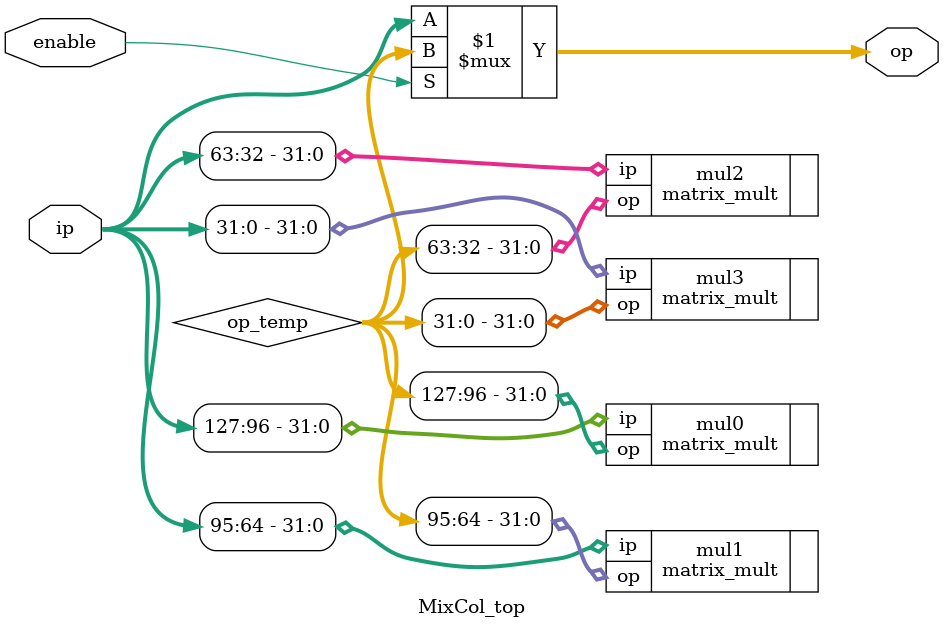
<source format=v>

/* verilator lint_off UNUSED */
/* verilator lint_off EOFNEWLINE */
/* verilator lint_off DECLFILENAME */
/* verilator lint_off BLKSEQ */
/* verilator lint_off WIDTH */
/* verilator lint_off LATCH */
/* verilator lint_off SELRANGE */
/* verilator lint_off PINCONNECTEMPTY */
/* verilator lint_off DEFPARAM */
/* verilator lint_off IMPLICIT */
/* verilator lint_off TIMESCALEMOD */
/* verilator lint_off COMBDLY */
/* verilator lint_off SYNCASYNCNET */
/* verilator lint_off UNOPTFLAT */
    module MixCol_top(
input  [127:0] ip,
input  enable,
output [127:0] op
);
////enter your code here
wire [127:0]op_temp;
//Martix Multiplication of each column 
matrix_mult mul0 ( .ip(ip[127:96]) , .op(op_temp[127:96]) );
matrix_mult mul1 ( .ip(ip[95:64])  , .op(op_temp[95:64]) );
matrix_mult mul2 ( .ip(ip[63:32])  , .op(op_temp[63:32]) );
matrix_mult mul3 ( .ip(ip[31:0])   , .op(op_temp[31:0]) );


assign op = enable ? op_temp : ip;

endmodule



</source>
